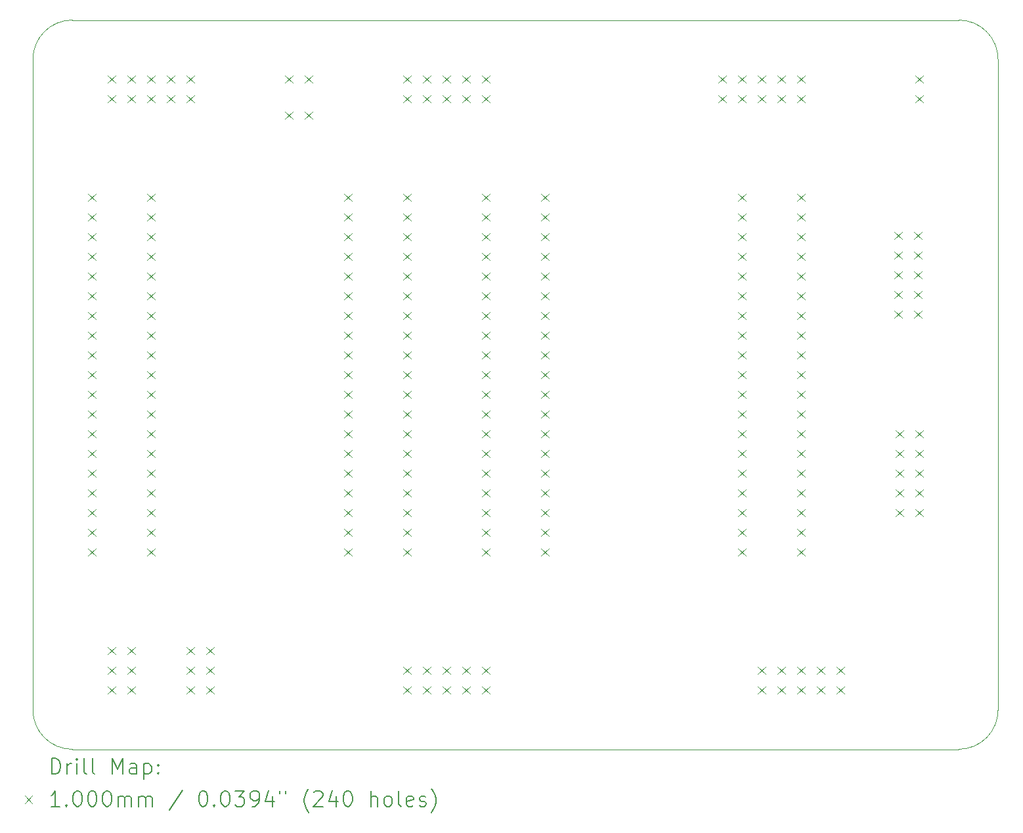
<source format=gbr>
%TF.GenerationSoftware,KiCad,Pcbnew,7.0.1*%
%TF.CreationDate,2023-05-05T18:30:57-04:00*%
%TF.ProjectId,PCB_BioGenius,5043425f-4269-46f4-9765-6e6975732e6b,rev?*%
%TF.SameCoordinates,Original*%
%TF.FileFunction,Drillmap*%
%TF.FilePolarity,Positive*%
%FSLAX45Y45*%
G04 Gerber Fmt 4.5, Leading zero omitted, Abs format (unit mm)*
G04 Created by KiCad (PCBNEW 7.0.1) date 2023-05-05 18:30:57*
%MOMM*%
%LPD*%
G01*
G04 APERTURE LIST*
%ADD10C,0.100000*%
%ADD11C,0.200000*%
G04 APERTURE END LIST*
D10*
X20574000Y-8382000D02*
X20574000Y-16764000D01*
X20066000Y-7874000D02*
X8636000Y-7874000D01*
X8128000Y-8382000D02*
X8128000Y-16764000D01*
X8636000Y-7874000D02*
G75*
G03*
X8128000Y-8382000I0J-508000D01*
G01*
X8636000Y-17272000D02*
X20066000Y-17272000D01*
X20066000Y-17272000D02*
G75*
G03*
X20574000Y-16764000I0J508000D01*
G01*
X20574000Y-8382000D02*
G75*
G03*
X20066000Y-7874000I-508000J0D01*
G01*
X8128000Y-16764000D02*
G75*
G03*
X8636000Y-17272000I508000J0D01*
G01*
D11*
D10*
X8840000Y-10110000D02*
X8940000Y-10210000D01*
X8940000Y-10110000D02*
X8840000Y-10210000D01*
X8840000Y-10364000D02*
X8940000Y-10464000D01*
X8940000Y-10364000D02*
X8840000Y-10464000D01*
X8840000Y-10618000D02*
X8940000Y-10718000D01*
X8940000Y-10618000D02*
X8840000Y-10718000D01*
X8840000Y-10872000D02*
X8940000Y-10972000D01*
X8940000Y-10872000D02*
X8840000Y-10972000D01*
X8840000Y-11126000D02*
X8940000Y-11226000D01*
X8940000Y-11126000D02*
X8840000Y-11226000D01*
X8840000Y-11380000D02*
X8940000Y-11480000D01*
X8940000Y-11380000D02*
X8840000Y-11480000D01*
X8840000Y-11634000D02*
X8940000Y-11734000D01*
X8940000Y-11634000D02*
X8840000Y-11734000D01*
X8840000Y-11888000D02*
X8940000Y-11988000D01*
X8940000Y-11888000D02*
X8840000Y-11988000D01*
X8840000Y-12142000D02*
X8940000Y-12242000D01*
X8940000Y-12142000D02*
X8840000Y-12242000D01*
X8840000Y-12396000D02*
X8940000Y-12496000D01*
X8940000Y-12396000D02*
X8840000Y-12496000D01*
X8840000Y-12650000D02*
X8940000Y-12750000D01*
X8940000Y-12650000D02*
X8840000Y-12750000D01*
X8840000Y-12904000D02*
X8940000Y-13004000D01*
X8940000Y-12904000D02*
X8840000Y-13004000D01*
X8840000Y-13158000D02*
X8940000Y-13258000D01*
X8940000Y-13158000D02*
X8840000Y-13258000D01*
X8840000Y-13412000D02*
X8940000Y-13512000D01*
X8940000Y-13412000D02*
X8840000Y-13512000D01*
X8840000Y-13666000D02*
X8940000Y-13766000D01*
X8940000Y-13666000D02*
X8840000Y-13766000D01*
X8840000Y-13920000D02*
X8940000Y-14020000D01*
X8940000Y-13920000D02*
X8840000Y-14020000D01*
X8840000Y-14174000D02*
X8940000Y-14274000D01*
X8940000Y-14174000D02*
X8840000Y-14274000D01*
X8840000Y-14428000D02*
X8940000Y-14528000D01*
X8940000Y-14428000D02*
X8840000Y-14528000D01*
X8840000Y-14682000D02*
X8940000Y-14782000D01*
X8940000Y-14682000D02*
X8840000Y-14782000D01*
X9094000Y-8586000D02*
X9194000Y-8686000D01*
X9194000Y-8586000D02*
X9094000Y-8686000D01*
X9094000Y-8840000D02*
X9194000Y-8940000D01*
X9194000Y-8840000D02*
X9094000Y-8940000D01*
X9094000Y-15952000D02*
X9194000Y-16052000D01*
X9194000Y-15952000D02*
X9094000Y-16052000D01*
X9094000Y-16206000D02*
X9194000Y-16306000D01*
X9194000Y-16206000D02*
X9094000Y-16306000D01*
X9094000Y-16460000D02*
X9194000Y-16560000D01*
X9194000Y-16460000D02*
X9094000Y-16560000D01*
X9348000Y-8586000D02*
X9448000Y-8686000D01*
X9448000Y-8586000D02*
X9348000Y-8686000D01*
X9348000Y-8840000D02*
X9448000Y-8940000D01*
X9448000Y-8840000D02*
X9348000Y-8940000D01*
X9348000Y-15952000D02*
X9448000Y-16052000D01*
X9448000Y-15952000D02*
X9348000Y-16052000D01*
X9348000Y-16206000D02*
X9448000Y-16306000D01*
X9448000Y-16206000D02*
X9348000Y-16306000D01*
X9348000Y-16460000D02*
X9448000Y-16560000D01*
X9448000Y-16460000D02*
X9348000Y-16560000D01*
X9602000Y-8586000D02*
X9702000Y-8686000D01*
X9702000Y-8586000D02*
X9602000Y-8686000D01*
X9602000Y-8840000D02*
X9702000Y-8940000D01*
X9702000Y-8840000D02*
X9602000Y-8940000D01*
X9602000Y-10110000D02*
X9702000Y-10210000D01*
X9702000Y-10110000D02*
X9602000Y-10210000D01*
X9602000Y-10364000D02*
X9702000Y-10464000D01*
X9702000Y-10364000D02*
X9602000Y-10464000D01*
X9602000Y-10618000D02*
X9702000Y-10718000D01*
X9702000Y-10618000D02*
X9602000Y-10718000D01*
X9602000Y-10872000D02*
X9702000Y-10972000D01*
X9702000Y-10872000D02*
X9602000Y-10972000D01*
X9602000Y-11126000D02*
X9702000Y-11226000D01*
X9702000Y-11126000D02*
X9602000Y-11226000D01*
X9602000Y-11380000D02*
X9702000Y-11480000D01*
X9702000Y-11380000D02*
X9602000Y-11480000D01*
X9602000Y-11634000D02*
X9702000Y-11734000D01*
X9702000Y-11634000D02*
X9602000Y-11734000D01*
X9602000Y-11888000D02*
X9702000Y-11988000D01*
X9702000Y-11888000D02*
X9602000Y-11988000D01*
X9602000Y-12142000D02*
X9702000Y-12242000D01*
X9702000Y-12142000D02*
X9602000Y-12242000D01*
X9602000Y-12396000D02*
X9702000Y-12496000D01*
X9702000Y-12396000D02*
X9602000Y-12496000D01*
X9602000Y-12650000D02*
X9702000Y-12750000D01*
X9702000Y-12650000D02*
X9602000Y-12750000D01*
X9602000Y-12904000D02*
X9702000Y-13004000D01*
X9702000Y-12904000D02*
X9602000Y-13004000D01*
X9602000Y-13158000D02*
X9702000Y-13258000D01*
X9702000Y-13158000D02*
X9602000Y-13258000D01*
X9602000Y-13412000D02*
X9702000Y-13512000D01*
X9702000Y-13412000D02*
X9602000Y-13512000D01*
X9602000Y-13666000D02*
X9702000Y-13766000D01*
X9702000Y-13666000D02*
X9602000Y-13766000D01*
X9602000Y-13920000D02*
X9702000Y-14020000D01*
X9702000Y-13920000D02*
X9602000Y-14020000D01*
X9602000Y-14174000D02*
X9702000Y-14274000D01*
X9702000Y-14174000D02*
X9602000Y-14274000D01*
X9602000Y-14428000D02*
X9702000Y-14528000D01*
X9702000Y-14428000D02*
X9602000Y-14528000D01*
X9602000Y-14682000D02*
X9702000Y-14782000D01*
X9702000Y-14682000D02*
X9602000Y-14782000D01*
X9856000Y-8586000D02*
X9956000Y-8686000D01*
X9956000Y-8586000D02*
X9856000Y-8686000D01*
X9856000Y-8840000D02*
X9956000Y-8940000D01*
X9956000Y-8840000D02*
X9856000Y-8940000D01*
X10110000Y-8586000D02*
X10210000Y-8686000D01*
X10210000Y-8586000D02*
X10110000Y-8686000D01*
X10110000Y-8840000D02*
X10210000Y-8940000D01*
X10210000Y-8840000D02*
X10110000Y-8940000D01*
X10110000Y-15952000D02*
X10210000Y-16052000D01*
X10210000Y-15952000D02*
X10110000Y-16052000D01*
X10110000Y-16206000D02*
X10210000Y-16306000D01*
X10210000Y-16206000D02*
X10110000Y-16306000D01*
X10110000Y-16460000D02*
X10210000Y-16560000D01*
X10210000Y-16460000D02*
X10110000Y-16560000D01*
X10364000Y-15952000D02*
X10464000Y-16052000D01*
X10464000Y-15952000D02*
X10364000Y-16052000D01*
X10364000Y-16206000D02*
X10464000Y-16306000D01*
X10464000Y-16206000D02*
X10364000Y-16306000D01*
X10364000Y-16460000D02*
X10464000Y-16560000D01*
X10464000Y-16460000D02*
X10364000Y-16560000D01*
X11380000Y-8586000D02*
X11480000Y-8686000D01*
X11480000Y-8586000D02*
X11380000Y-8686000D01*
X11380000Y-9051000D02*
X11480000Y-9151000D01*
X11480000Y-9051000D02*
X11380000Y-9151000D01*
X11634000Y-8586000D02*
X11734000Y-8686000D01*
X11734000Y-8586000D02*
X11634000Y-8686000D01*
X11634000Y-9051000D02*
X11734000Y-9151000D01*
X11734000Y-9051000D02*
X11634000Y-9151000D01*
X12142000Y-10110000D02*
X12242000Y-10210000D01*
X12242000Y-10110000D02*
X12142000Y-10210000D01*
X12142000Y-10364000D02*
X12242000Y-10464000D01*
X12242000Y-10364000D02*
X12142000Y-10464000D01*
X12142000Y-10618000D02*
X12242000Y-10718000D01*
X12242000Y-10618000D02*
X12142000Y-10718000D01*
X12142000Y-10872000D02*
X12242000Y-10972000D01*
X12242000Y-10872000D02*
X12142000Y-10972000D01*
X12142000Y-11126000D02*
X12242000Y-11226000D01*
X12242000Y-11126000D02*
X12142000Y-11226000D01*
X12142000Y-11380000D02*
X12242000Y-11480000D01*
X12242000Y-11380000D02*
X12142000Y-11480000D01*
X12142000Y-11634000D02*
X12242000Y-11734000D01*
X12242000Y-11634000D02*
X12142000Y-11734000D01*
X12142000Y-11888000D02*
X12242000Y-11988000D01*
X12242000Y-11888000D02*
X12142000Y-11988000D01*
X12142000Y-12142000D02*
X12242000Y-12242000D01*
X12242000Y-12142000D02*
X12142000Y-12242000D01*
X12142000Y-12396000D02*
X12242000Y-12496000D01*
X12242000Y-12396000D02*
X12142000Y-12496000D01*
X12142000Y-12650000D02*
X12242000Y-12750000D01*
X12242000Y-12650000D02*
X12142000Y-12750000D01*
X12142000Y-12904000D02*
X12242000Y-13004000D01*
X12242000Y-12904000D02*
X12142000Y-13004000D01*
X12142000Y-13158000D02*
X12242000Y-13258000D01*
X12242000Y-13158000D02*
X12142000Y-13258000D01*
X12142000Y-13412000D02*
X12242000Y-13512000D01*
X12242000Y-13412000D02*
X12142000Y-13512000D01*
X12142000Y-13666000D02*
X12242000Y-13766000D01*
X12242000Y-13666000D02*
X12142000Y-13766000D01*
X12142000Y-13920000D02*
X12242000Y-14020000D01*
X12242000Y-13920000D02*
X12142000Y-14020000D01*
X12142000Y-14174000D02*
X12242000Y-14274000D01*
X12242000Y-14174000D02*
X12142000Y-14274000D01*
X12142000Y-14428000D02*
X12242000Y-14528000D01*
X12242000Y-14428000D02*
X12142000Y-14528000D01*
X12142000Y-14682000D02*
X12242000Y-14782000D01*
X12242000Y-14682000D02*
X12142000Y-14782000D01*
X12904000Y-8586000D02*
X13004000Y-8686000D01*
X13004000Y-8586000D02*
X12904000Y-8686000D01*
X12904000Y-8840000D02*
X13004000Y-8940000D01*
X13004000Y-8840000D02*
X12904000Y-8940000D01*
X12904000Y-10110000D02*
X13004000Y-10210000D01*
X13004000Y-10110000D02*
X12904000Y-10210000D01*
X12904000Y-10364000D02*
X13004000Y-10464000D01*
X13004000Y-10364000D02*
X12904000Y-10464000D01*
X12904000Y-10618000D02*
X13004000Y-10718000D01*
X13004000Y-10618000D02*
X12904000Y-10718000D01*
X12904000Y-10872000D02*
X13004000Y-10972000D01*
X13004000Y-10872000D02*
X12904000Y-10972000D01*
X12904000Y-11126000D02*
X13004000Y-11226000D01*
X13004000Y-11126000D02*
X12904000Y-11226000D01*
X12904000Y-11380000D02*
X13004000Y-11480000D01*
X13004000Y-11380000D02*
X12904000Y-11480000D01*
X12904000Y-11634000D02*
X13004000Y-11734000D01*
X13004000Y-11634000D02*
X12904000Y-11734000D01*
X12904000Y-11888000D02*
X13004000Y-11988000D01*
X13004000Y-11888000D02*
X12904000Y-11988000D01*
X12904000Y-12142000D02*
X13004000Y-12242000D01*
X13004000Y-12142000D02*
X12904000Y-12242000D01*
X12904000Y-12396000D02*
X13004000Y-12496000D01*
X13004000Y-12396000D02*
X12904000Y-12496000D01*
X12904000Y-12650000D02*
X13004000Y-12750000D01*
X13004000Y-12650000D02*
X12904000Y-12750000D01*
X12904000Y-12904000D02*
X13004000Y-13004000D01*
X13004000Y-12904000D02*
X12904000Y-13004000D01*
X12904000Y-13158000D02*
X13004000Y-13258000D01*
X13004000Y-13158000D02*
X12904000Y-13258000D01*
X12904000Y-13412000D02*
X13004000Y-13512000D01*
X13004000Y-13412000D02*
X12904000Y-13512000D01*
X12904000Y-13666000D02*
X13004000Y-13766000D01*
X13004000Y-13666000D02*
X12904000Y-13766000D01*
X12904000Y-13920000D02*
X13004000Y-14020000D01*
X13004000Y-13920000D02*
X12904000Y-14020000D01*
X12904000Y-14174000D02*
X13004000Y-14274000D01*
X13004000Y-14174000D02*
X12904000Y-14274000D01*
X12904000Y-14428000D02*
X13004000Y-14528000D01*
X13004000Y-14428000D02*
X12904000Y-14528000D01*
X12904000Y-14682000D02*
X13004000Y-14782000D01*
X13004000Y-14682000D02*
X12904000Y-14782000D01*
X12904000Y-16206000D02*
X13004000Y-16306000D01*
X13004000Y-16206000D02*
X12904000Y-16306000D01*
X12904000Y-16460000D02*
X13004000Y-16560000D01*
X13004000Y-16460000D02*
X12904000Y-16560000D01*
X13158000Y-8586000D02*
X13258000Y-8686000D01*
X13258000Y-8586000D02*
X13158000Y-8686000D01*
X13158000Y-8840000D02*
X13258000Y-8940000D01*
X13258000Y-8840000D02*
X13158000Y-8940000D01*
X13158000Y-16206000D02*
X13258000Y-16306000D01*
X13258000Y-16206000D02*
X13158000Y-16306000D01*
X13158000Y-16460000D02*
X13258000Y-16560000D01*
X13258000Y-16460000D02*
X13158000Y-16560000D01*
X13412000Y-8586000D02*
X13512000Y-8686000D01*
X13512000Y-8586000D02*
X13412000Y-8686000D01*
X13412000Y-8840000D02*
X13512000Y-8940000D01*
X13512000Y-8840000D02*
X13412000Y-8940000D01*
X13412000Y-16206000D02*
X13512000Y-16306000D01*
X13512000Y-16206000D02*
X13412000Y-16306000D01*
X13412000Y-16460000D02*
X13512000Y-16560000D01*
X13512000Y-16460000D02*
X13412000Y-16560000D01*
X13666000Y-8586000D02*
X13766000Y-8686000D01*
X13766000Y-8586000D02*
X13666000Y-8686000D01*
X13666000Y-8840000D02*
X13766000Y-8940000D01*
X13766000Y-8840000D02*
X13666000Y-8940000D01*
X13666000Y-16206000D02*
X13766000Y-16306000D01*
X13766000Y-16206000D02*
X13666000Y-16306000D01*
X13666000Y-16460000D02*
X13766000Y-16560000D01*
X13766000Y-16460000D02*
X13666000Y-16560000D01*
X13920000Y-8586000D02*
X14020000Y-8686000D01*
X14020000Y-8586000D02*
X13920000Y-8686000D01*
X13920000Y-8840000D02*
X14020000Y-8940000D01*
X14020000Y-8840000D02*
X13920000Y-8940000D01*
X13920000Y-10110000D02*
X14020000Y-10210000D01*
X14020000Y-10110000D02*
X13920000Y-10210000D01*
X13920000Y-10364000D02*
X14020000Y-10464000D01*
X14020000Y-10364000D02*
X13920000Y-10464000D01*
X13920000Y-10618000D02*
X14020000Y-10718000D01*
X14020000Y-10618000D02*
X13920000Y-10718000D01*
X13920000Y-10872000D02*
X14020000Y-10972000D01*
X14020000Y-10872000D02*
X13920000Y-10972000D01*
X13920000Y-11126000D02*
X14020000Y-11226000D01*
X14020000Y-11126000D02*
X13920000Y-11226000D01*
X13920000Y-11380000D02*
X14020000Y-11480000D01*
X14020000Y-11380000D02*
X13920000Y-11480000D01*
X13920000Y-11634000D02*
X14020000Y-11734000D01*
X14020000Y-11634000D02*
X13920000Y-11734000D01*
X13920000Y-11888000D02*
X14020000Y-11988000D01*
X14020000Y-11888000D02*
X13920000Y-11988000D01*
X13920000Y-12142000D02*
X14020000Y-12242000D01*
X14020000Y-12142000D02*
X13920000Y-12242000D01*
X13920000Y-12396000D02*
X14020000Y-12496000D01*
X14020000Y-12396000D02*
X13920000Y-12496000D01*
X13920000Y-12650000D02*
X14020000Y-12750000D01*
X14020000Y-12650000D02*
X13920000Y-12750000D01*
X13920000Y-12904000D02*
X14020000Y-13004000D01*
X14020000Y-12904000D02*
X13920000Y-13004000D01*
X13920000Y-13158000D02*
X14020000Y-13258000D01*
X14020000Y-13158000D02*
X13920000Y-13258000D01*
X13920000Y-13412000D02*
X14020000Y-13512000D01*
X14020000Y-13412000D02*
X13920000Y-13512000D01*
X13920000Y-13666000D02*
X14020000Y-13766000D01*
X14020000Y-13666000D02*
X13920000Y-13766000D01*
X13920000Y-13920000D02*
X14020000Y-14020000D01*
X14020000Y-13920000D02*
X13920000Y-14020000D01*
X13920000Y-14174000D02*
X14020000Y-14274000D01*
X14020000Y-14174000D02*
X13920000Y-14274000D01*
X13920000Y-14428000D02*
X14020000Y-14528000D01*
X14020000Y-14428000D02*
X13920000Y-14528000D01*
X13920000Y-14682000D02*
X14020000Y-14782000D01*
X14020000Y-14682000D02*
X13920000Y-14782000D01*
X13920000Y-16206000D02*
X14020000Y-16306000D01*
X14020000Y-16206000D02*
X13920000Y-16306000D01*
X13920000Y-16460000D02*
X14020000Y-16560000D01*
X14020000Y-16460000D02*
X13920000Y-16560000D01*
X14682000Y-10110000D02*
X14782000Y-10210000D01*
X14782000Y-10110000D02*
X14682000Y-10210000D01*
X14682000Y-10364000D02*
X14782000Y-10464000D01*
X14782000Y-10364000D02*
X14682000Y-10464000D01*
X14682000Y-10618000D02*
X14782000Y-10718000D01*
X14782000Y-10618000D02*
X14682000Y-10718000D01*
X14682000Y-10872000D02*
X14782000Y-10972000D01*
X14782000Y-10872000D02*
X14682000Y-10972000D01*
X14682000Y-11126000D02*
X14782000Y-11226000D01*
X14782000Y-11126000D02*
X14682000Y-11226000D01*
X14682000Y-11380000D02*
X14782000Y-11480000D01*
X14782000Y-11380000D02*
X14682000Y-11480000D01*
X14682000Y-11634000D02*
X14782000Y-11734000D01*
X14782000Y-11634000D02*
X14682000Y-11734000D01*
X14682000Y-11888000D02*
X14782000Y-11988000D01*
X14782000Y-11888000D02*
X14682000Y-11988000D01*
X14682000Y-12142000D02*
X14782000Y-12242000D01*
X14782000Y-12142000D02*
X14682000Y-12242000D01*
X14682000Y-12396000D02*
X14782000Y-12496000D01*
X14782000Y-12396000D02*
X14682000Y-12496000D01*
X14682000Y-12650000D02*
X14782000Y-12750000D01*
X14782000Y-12650000D02*
X14682000Y-12750000D01*
X14682000Y-12904000D02*
X14782000Y-13004000D01*
X14782000Y-12904000D02*
X14682000Y-13004000D01*
X14682000Y-13158000D02*
X14782000Y-13258000D01*
X14782000Y-13158000D02*
X14682000Y-13258000D01*
X14682000Y-13412000D02*
X14782000Y-13512000D01*
X14782000Y-13412000D02*
X14682000Y-13512000D01*
X14682000Y-13666000D02*
X14782000Y-13766000D01*
X14782000Y-13666000D02*
X14682000Y-13766000D01*
X14682000Y-13920000D02*
X14782000Y-14020000D01*
X14782000Y-13920000D02*
X14682000Y-14020000D01*
X14682000Y-14174000D02*
X14782000Y-14274000D01*
X14782000Y-14174000D02*
X14682000Y-14274000D01*
X14682000Y-14428000D02*
X14782000Y-14528000D01*
X14782000Y-14428000D02*
X14682000Y-14528000D01*
X14682000Y-14682000D02*
X14782000Y-14782000D01*
X14782000Y-14682000D02*
X14682000Y-14782000D01*
X16968000Y-8586000D02*
X17068000Y-8686000D01*
X17068000Y-8586000D02*
X16968000Y-8686000D01*
X16968000Y-8840000D02*
X17068000Y-8940000D01*
X17068000Y-8840000D02*
X16968000Y-8940000D01*
X17222000Y-8586000D02*
X17322000Y-8686000D01*
X17322000Y-8586000D02*
X17222000Y-8686000D01*
X17222000Y-8840000D02*
X17322000Y-8940000D01*
X17322000Y-8840000D02*
X17222000Y-8940000D01*
X17222000Y-10110000D02*
X17322000Y-10210000D01*
X17322000Y-10110000D02*
X17222000Y-10210000D01*
X17222000Y-10364000D02*
X17322000Y-10464000D01*
X17322000Y-10364000D02*
X17222000Y-10464000D01*
X17222000Y-10618000D02*
X17322000Y-10718000D01*
X17322000Y-10618000D02*
X17222000Y-10718000D01*
X17222000Y-10872000D02*
X17322000Y-10972000D01*
X17322000Y-10872000D02*
X17222000Y-10972000D01*
X17222000Y-11126000D02*
X17322000Y-11226000D01*
X17322000Y-11126000D02*
X17222000Y-11226000D01*
X17222000Y-11380000D02*
X17322000Y-11480000D01*
X17322000Y-11380000D02*
X17222000Y-11480000D01*
X17222000Y-11634000D02*
X17322000Y-11734000D01*
X17322000Y-11634000D02*
X17222000Y-11734000D01*
X17222000Y-11888000D02*
X17322000Y-11988000D01*
X17322000Y-11888000D02*
X17222000Y-11988000D01*
X17222000Y-12142000D02*
X17322000Y-12242000D01*
X17322000Y-12142000D02*
X17222000Y-12242000D01*
X17222000Y-12396000D02*
X17322000Y-12496000D01*
X17322000Y-12396000D02*
X17222000Y-12496000D01*
X17222000Y-12650000D02*
X17322000Y-12750000D01*
X17322000Y-12650000D02*
X17222000Y-12750000D01*
X17222000Y-12904000D02*
X17322000Y-13004000D01*
X17322000Y-12904000D02*
X17222000Y-13004000D01*
X17222000Y-13158000D02*
X17322000Y-13258000D01*
X17322000Y-13158000D02*
X17222000Y-13258000D01*
X17222000Y-13412000D02*
X17322000Y-13512000D01*
X17322000Y-13412000D02*
X17222000Y-13512000D01*
X17222000Y-13666000D02*
X17322000Y-13766000D01*
X17322000Y-13666000D02*
X17222000Y-13766000D01*
X17222000Y-13920000D02*
X17322000Y-14020000D01*
X17322000Y-13920000D02*
X17222000Y-14020000D01*
X17222000Y-14174000D02*
X17322000Y-14274000D01*
X17322000Y-14174000D02*
X17222000Y-14274000D01*
X17222000Y-14428000D02*
X17322000Y-14528000D01*
X17322000Y-14428000D02*
X17222000Y-14528000D01*
X17222000Y-14682000D02*
X17322000Y-14782000D01*
X17322000Y-14682000D02*
X17222000Y-14782000D01*
X17476000Y-8586000D02*
X17576000Y-8686000D01*
X17576000Y-8586000D02*
X17476000Y-8686000D01*
X17476000Y-8840000D02*
X17576000Y-8940000D01*
X17576000Y-8840000D02*
X17476000Y-8940000D01*
X17476000Y-16206000D02*
X17576000Y-16306000D01*
X17576000Y-16206000D02*
X17476000Y-16306000D01*
X17476000Y-16460000D02*
X17576000Y-16560000D01*
X17576000Y-16460000D02*
X17476000Y-16560000D01*
X17730000Y-8586000D02*
X17830000Y-8686000D01*
X17830000Y-8586000D02*
X17730000Y-8686000D01*
X17730000Y-8840000D02*
X17830000Y-8940000D01*
X17830000Y-8840000D02*
X17730000Y-8940000D01*
X17730000Y-16206000D02*
X17830000Y-16306000D01*
X17830000Y-16206000D02*
X17730000Y-16306000D01*
X17730000Y-16460000D02*
X17830000Y-16560000D01*
X17830000Y-16460000D02*
X17730000Y-16560000D01*
X17984000Y-8586000D02*
X18084000Y-8686000D01*
X18084000Y-8586000D02*
X17984000Y-8686000D01*
X17984000Y-8840000D02*
X18084000Y-8940000D01*
X18084000Y-8840000D02*
X17984000Y-8940000D01*
X17984000Y-10110000D02*
X18084000Y-10210000D01*
X18084000Y-10110000D02*
X17984000Y-10210000D01*
X17984000Y-10364000D02*
X18084000Y-10464000D01*
X18084000Y-10364000D02*
X17984000Y-10464000D01*
X17984000Y-10618000D02*
X18084000Y-10718000D01*
X18084000Y-10618000D02*
X17984000Y-10718000D01*
X17984000Y-10872000D02*
X18084000Y-10972000D01*
X18084000Y-10872000D02*
X17984000Y-10972000D01*
X17984000Y-11126000D02*
X18084000Y-11226000D01*
X18084000Y-11126000D02*
X17984000Y-11226000D01*
X17984000Y-11380000D02*
X18084000Y-11480000D01*
X18084000Y-11380000D02*
X17984000Y-11480000D01*
X17984000Y-11634000D02*
X18084000Y-11734000D01*
X18084000Y-11634000D02*
X17984000Y-11734000D01*
X17984000Y-11888000D02*
X18084000Y-11988000D01*
X18084000Y-11888000D02*
X17984000Y-11988000D01*
X17984000Y-12142000D02*
X18084000Y-12242000D01*
X18084000Y-12142000D02*
X17984000Y-12242000D01*
X17984000Y-12396000D02*
X18084000Y-12496000D01*
X18084000Y-12396000D02*
X17984000Y-12496000D01*
X17984000Y-12650000D02*
X18084000Y-12750000D01*
X18084000Y-12650000D02*
X17984000Y-12750000D01*
X17984000Y-12904000D02*
X18084000Y-13004000D01*
X18084000Y-12904000D02*
X17984000Y-13004000D01*
X17984000Y-13158000D02*
X18084000Y-13258000D01*
X18084000Y-13158000D02*
X17984000Y-13258000D01*
X17984000Y-13412000D02*
X18084000Y-13512000D01*
X18084000Y-13412000D02*
X17984000Y-13512000D01*
X17984000Y-13666000D02*
X18084000Y-13766000D01*
X18084000Y-13666000D02*
X17984000Y-13766000D01*
X17984000Y-13920000D02*
X18084000Y-14020000D01*
X18084000Y-13920000D02*
X17984000Y-14020000D01*
X17984000Y-14174000D02*
X18084000Y-14274000D01*
X18084000Y-14174000D02*
X17984000Y-14274000D01*
X17984000Y-14428000D02*
X18084000Y-14528000D01*
X18084000Y-14428000D02*
X17984000Y-14528000D01*
X17984000Y-14682000D02*
X18084000Y-14782000D01*
X18084000Y-14682000D02*
X17984000Y-14782000D01*
X17984000Y-16206000D02*
X18084000Y-16306000D01*
X18084000Y-16206000D02*
X17984000Y-16306000D01*
X17984000Y-16460000D02*
X18084000Y-16560000D01*
X18084000Y-16460000D02*
X17984000Y-16560000D01*
X18238000Y-16206000D02*
X18338000Y-16306000D01*
X18338000Y-16206000D02*
X18238000Y-16306000D01*
X18238000Y-16460000D02*
X18338000Y-16560000D01*
X18338000Y-16460000D02*
X18238000Y-16560000D01*
X18492000Y-16206000D02*
X18592000Y-16306000D01*
X18592000Y-16206000D02*
X18492000Y-16306000D01*
X18492000Y-16460000D02*
X18592000Y-16560000D01*
X18592000Y-16460000D02*
X18492000Y-16560000D01*
X19233824Y-10600863D02*
X19333824Y-10700863D01*
X19333824Y-10600863D02*
X19233824Y-10700863D01*
X19233824Y-10854863D02*
X19333824Y-10954863D01*
X19333824Y-10854863D02*
X19233824Y-10954863D01*
X19233824Y-11108863D02*
X19333824Y-11208863D01*
X19333824Y-11108863D02*
X19233824Y-11208863D01*
X19233824Y-11362863D02*
X19333824Y-11462863D01*
X19333824Y-11362863D02*
X19233824Y-11462863D01*
X19233824Y-11616863D02*
X19333824Y-11716863D01*
X19333824Y-11616863D02*
X19233824Y-11716863D01*
X19254000Y-13158000D02*
X19354000Y-13258000D01*
X19354000Y-13158000D02*
X19254000Y-13258000D01*
X19254000Y-13412000D02*
X19354000Y-13512000D01*
X19354000Y-13412000D02*
X19254000Y-13512000D01*
X19254000Y-13666000D02*
X19354000Y-13766000D01*
X19354000Y-13666000D02*
X19254000Y-13766000D01*
X19254000Y-13920000D02*
X19354000Y-14020000D01*
X19354000Y-13920000D02*
X19254000Y-14020000D01*
X19254000Y-14174000D02*
X19354000Y-14274000D01*
X19354000Y-14174000D02*
X19254000Y-14274000D01*
X19487824Y-10600863D02*
X19587824Y-10700863D01*
X19587824Y-10600863D02*
X19487824Y-10700863D01*
X19487824Y-10854863D02*
X19587824Y-10954863D01*
X19587824Y-10854863D02*
X19487824Y-10954863D01*
X19487824Y-11108863D02*
X19587824Y-11208863D01*
X19587824Y-11108863D02*
X19487824Y-11208863D01*
X19487824Y-11362863D02*
X19587824Y-11462863D01*
X19587824Y-11362863D02*
X19487824Y-11462863D01*
X19487824Y-11616863D02*
X19587824Y-11716863D01*
X19587824Y-11616863D02*
X19487824Y-11716863D01*
X19508000Y-8586000D02*
X19608000Y-8686000D01*
X19608000Y-8586000D02*
X19508000Y-8686000D01*
X19508000Y-8840000D02*
X19608000Y-8940000D01*
X19608000Y-8840000D02*
X19508000Y-8940000D01*
X19508000Y-13158000D02*
X19608000Y-13258000D01*
X19608000Y-13158000D02*
X19508000Y-13258000D01*
X19508000Y-13412000D02*
X19608000Y-13512000D01*
X19608000Y-13412000D02*
X19508000Y-13512000D01*
X19508000Y-13666000D02*
X19608000Y-13766000D01*
X19608000Y-13666000D02*
X19508000Y-13766000D01*
X19508000Y-13920000D02*
X19608000Y-14020000D01*
X19608000Y-13920000D02*
X19508000Y-14020000D01*
X19508000Y-14174000D02*
X19608000Y-14274000D01*
X19608000Y-14174000D02*
X19508000Y-14274000D01*
D11*
X8370619Y-17589524D02*
X8370619Y-17389524D01*
X8370619Y-17389524D02*
X8418238Y-17389524D01*
X8418238Y-17389524D02*
X8446810Y-17399048D01*
X8446810Y-17399048D02*
X8465857Y-17418095D01*
X8465857Y-17418095D02*
X8475381Y-17437143D01*
X8475381Y-17437143D02*
X8484905Y-17475238D01*
X8484905Y-17475238D02*
X8484905Y-17503810D01*
X8484905Y-17503810D02*
X8475381Y-17541905D01*
X8475381Y-17541905D02*
X8465857Y-17560952D01*
X8465857Y-17560952D02*
X8446810Y-17580000D01*
X8446810Y-17580000D02*
X8418238Y-17589524D01*
X8418238Y-17589524D02*
X8370619Y-17589524D01*
X8570619Y-17589524D02*
X8570619Y-17456190D01*
X8570619Y-17494286D02*
X8580143Y-17475238D01*
X8580143Y-17475238D02*
X8589667Y-17465714D01*
X8589667Y-17465714D02*
X8608714Y-17456190D01*
X8608714Y-17456190D02*
X8627762Y-17456190D01*
X8694429Y-17589524D02*
X8694429Y-17456190D01*
X8694429Y-17389524D02*
X8684905Y-17399048D01*
X8684905Y-17399048D02*
X8694429Y-17408571D01*
X8694429Y-17408571D02*
X8703952Y-17399048D01*
X8703952Y-17399048D02*
X8694429Y-17389524D01*
X8694429Y-17389524D02*
X8694429Y-17408571D01*
X8818238Y-17589524D02*
X8799190Y-17580000D01*
X8799190Y-17580000D02*
X8789667Y-17560952D01*
X8789667Y-17560952D02*
X8789667Y-17389524D01*
X8923000Y-17589524D02*
X8903952Y-17580000D01*
X8903952Y-17580000D02*
X8894429Y-17560952D01*
X8894429Y-17560952D02*
X8894429Y-17389524D01*
X9151571Y-17589524D02*
X9151571Y-17389524D01*
X9151571Y-17389524D02*
X9218238Y-17532381D01*
X9218238Y-17532381D02*
X9284905Y-17389524D01*
X9284905Y-17389524D02*
X9284905Y-17589524D01*
X9465857Y-17589524D02*
X9465857Y-17484762D01*
X9465857Y-17484762D02*
X9456333Y-17465714D01*
X9456333Y-17465714D02*
X9437286Y-17456190D01*
X9437286Y-17456190D02*
X9399190Y-17456190D01*
X9399190Y-17456190D02*
X9380143Y-17465714D01*
X9465857Y-17580000D02*
X9446810Y-17589524D01*
X9446810Y-17589524D02*
X9399190Y-17589524D01*
X9399190Y-17589524D02*
X9380143Y-17580000D01*
X9380143Y-17580000D02*
X9370619Y-17560952D01*
X9370619Y-17560952D02*
X9370619Y-17541905D01*
X9370619Y-17541905D02*
X9380143Y-17522857D01*
X9380143Y-17522857D02*
X9399190Y-17513333D01*
X9399190Y-17513333D02*
X9446810Y-17513333D01*
X9446810Y-17513333D02*
X9465857Y-17503810D01*
X9561095Y-17456190D02*
X9561095Y-17656190D01*
X9561095Y-17465714D02*
X9580143Y-17456190D01*
X9580143Y-17456190D02*
X9618238Y-17456190D01*
X9618238Y-17456190D02*
X9637286Y-17465714D01*
X9637286Y-17465714D02*
X9646810Y-17475238D01*
X9646810Y-17475238D02*
X9656333Y-17494286D01*
X9656333Y-17494286D02*
X9656333Y-17551429D01*
X9656333Y-17551429D02*
X9646810Y-17570476D01*
X9646810Y-17570476D02*
X9637286Y-17580000D01*
X9637286Y-17580000D02*
X9618238Y-17589524D01*
X9618238Y-17589524D02*
X9580143Y-17589524D01*
X9580143Y-17589524D02*
X9561095Y-17580000D01*
X9742048Y-17570476D02*
X9751571Y-17580000D01*
X9751571Y-17580000D02*
X9742048Y-17589524D01*
X9742048Y-17589524D02*
X9732524Y-17580000D01*
X9732524Y-17580000D02*
X9742048Y-17570476D01*
X9742048Y-17570476D02*
X9742048Y-17589524D01*
X9742048Y-17465714D02*
X9751571Y-17475238D01*
X9751571Y-17475238D02*
X9742048Y-17484762D01*
X9742048Y-17484762D02*
X9732524Y-17475238D01*
X9732524Y-17475238D02*
X9742048Y-17465714D01*
X9742048Y-17465714D02*
X9742048Y-17484762D01*
D10*
X8023000Y-17867000D02*
X8123000Y-17967000D01*
X8123000Y-17867000D02*
X8023000Y-17967000D01*
D11*
X8475381Y-18009524D02*
X8361095Y-18009524D01*
X8418238Y-18009524D02*
X8418238Y-17809524D01*
X8418238Y-17809524D02*
X8399190Y-17838095D01*
X8399190Y-17838095D02*
X8380143Y-17857143D01*
X8380143Y-17857143D02*
X8361095Y-17866667D01*
X8561095Y-17990476D02*
X8570619Y-18000000D01*
X8570619Y-18000000D02*
X8561095Y-18009524D01*
X8561095Y-18009524D02*
X8551571Y-18000000D01*
X8551571Y-18000000D02*
X8561095Y-17990476D01*
X8561095Y-17990476D02*
X8561095Y-18009524D01*
X8694429Y-17809524D02*
X8713476Y-17809524D01*
X8713476Y-17809524D02*
X8732524Y-17819048D01*
X8732524Y-17819048D02*
X8742048Y-17828571D01*
X8742048Y-17828571D02*
X8751571Y-17847619D01*
X8751571Y-17847619D02*
X8761095Y-17885714D01*
X8761095Y-17885714D02*
X8761095Y-17933333D01*
X8761095Y-17933333D02*
X8751571Y-17971429D01*
X8751571Y-17971429D02*
X8742048Y-17990476D01*
X8742048Y-17990476D02*
X8732524Y-18000000D01*
X8732524Y-18000000D02*
X8713476Y-18009524D01*
X8713476Y-18009524D02*
X8694429Y-18009524D01*
X8694429Y-18009524D02*
X8675381Y-18000000D01*
X8675381Y-18000000D02*
X8665857Y-17990476D01*
X8665857Y-17990476D02*
X8656333Y-17971429D01*
X8656333Y-17971429D02*
X8646810Y-17933333D01*
X8646810Y-17933333D02*
X8646810Y-17885714D01*
X8646810Y-17885714D02*
X8656333Y-17847619D01*
X8656333Y-17847619D02*
X8665857Y-17828571D01*
X8665857Y-17828571D02*
X8675381Y-17819048D01*
X8675381Y-17819048D02*
X8694429Y-17809524D01*
X8884905Y-17809524D02*
X8903952Y-17809524D01*
X8903952Y-17809524D02*
X8923000Y-17819048D01*
X8923000Y-17819048D02*
X8932524Y-17828571D01*
X8932524Y-17828571D02*
X8942048Y-17847619D01*
X8942048Y-17847619D02*
X8951571Y-17885714D01*
X8951571Y-17885714D02*
X8951571Y-17933333D01*
X8951571Y-17933333D02*
X8942048Y-17971429D01*
X8942048Y-17971429D02*
X8932524Y-17990476D01*
X8932524Y-17990476D02*
X8923000Y-18000000D01*
X8923000Y-18000000D02*
X8903952Y-18009524D01*
X8903952Y-18009524D02*
X8884905Y-18009524D01*
X8884905Y-18009524D02*
X8865857Y-18000000D01*
X8865857Y-18000000D02*
X8856333Y-17990476D01*
X8856333Y-17990476D02*
X8846810Y-17971429D01*
X8846810Y-17971429D02*
X8837286Y-17933333D01*
X8837286Y-17933333D02*
X8837286Y-17885714D01*
X8837286Y-17885714D02*
X8846810Y-17847619D01*
X8846810Y-17847619D02*
X8856333Y-17828571D01*
X8856333Y-17828571D02*
X8865857Y-17819048D01*
X8865857Y-17819048D02*
X8884905Y-17809524D01*
X9075381Y-17809524D02*
X9094429Y-17809524D01*
X9094429Y-17809524D02*
X9113476Y-17819048D01*
X9113476Y-17819048D02*
X9123000Y-17828571D01*
X9123000Y-17828571D02*
X9132524Y-17847619D01*
X9132524Y-17847619D02*
X9142048Y-17885714D01*
X9142048Y-17885714D02*
X9142048Y-17933333D01*
X9142048Y-17933333D02*
X9132524Y-17971429D01*
X9132524Y-17971429D02*
X9123000Y-17990476D01*
X9123000Y-17990476D02*
X9113476Y-18000000D01*
X9113476Y-18000000D02*
X9094429Y-18009524D01*
X9094429Y-18009524D02*
X9075381Y-18009524D01*
X9075381Y-18009524D02*
X9056333Y-18000000D01*
X9056333Y-18000000D02*
X9046810Y-17990476D01*
X9046810Y-17990476D02*
X9037286Y-17971429D01*
X9037286Y-17971429D02*
X9027762Y-17933333D01*
X9027762Y-17933333D02*
X9027762Y-17885714D01*
X9027762Y-17885714D02*
X9037286Y-17847619D01*
X9037286Y-17847619D02*
X9046810Y-17828571D01*
X9046810Y-17828571D02*
X9056333Y-17819048D01*
X9056333Y-17819048D02*
X9075381Y-17809524D01*
X9227762Y-18009524D02*
X9227762Y-17876190D01*
X9227762Y-17895238D02*
X9237286Y-17885714D01*
X9237286Y-17885714D02*
X9256333Y-17876190D01*
X9256333Y-17876190D02*
X9284905Y-17876190D01*
X9284905Y-17876190D02*
X9303952Y-17885714D01*
X9303952Y-17885714D02*
X9313476Y-17904762D01*
X9313476Y-17904762D02*
X9313476Y-18009524D01*
X9313476Y-17904762D02*
X9323000Y-17885714D01*
X9323000Y-17885714D02*
X9342048Y-17876190D01*
X9342048Y-17876190D02*
X9370619Y-17876190D01*
X9370619Y-17876190D02*
X9389667Y-17885714D01*
X9389667Y-17885714D02*
X9399191Y-17904762D01*
X9399191Y-17904762D02*
X9399191Y-18009524D01*
X9494429Y-18009524D02*
X9494429Y-17876190D01*
X9494429Y-17895238D02*
X9503952Y-17885714D01*
X9503952Y-17885714D02*
X9523000Y-17876190D01*
X9523000Y-17876190D02*
X9551572Y-17876190D01*
X9551572Y-17876190D02*
X9570619Y-17885714D01*
X9570619Y-17885714D02*
X9580143Y-17904762D01*
X9580143Y-17904762D02*
X9580143Y-18009524D01*
X9580143Y-17904762D02*
X9589667Y-17885714D01*
X9589667Y-17885714D02*
X9608714Y-17876190D01*
X9608714Y-17876190D02*
X9637286Y-17876190D01*
X9637286Y-17876190D02*
X9656333Y-17885714D01*
X9656333Y-17885714D02*
X9665857Y-17904762D01*
X9665857Y-17904762D02*
X9665857Y-18009524D01*
X10056333Y-17800000D02*
X9884905Y-18057143D01*
X10313476Y-17809524D02*
X10332524Y-17809524D01*
X10332524Y-17809524D02*
X10351572Y-17819048D01*
X10351572Y-17819048D02*
X10361095Y-17828571D01*
X10361095Y-17828571D02*
X10370619Y-17847619D01*
X10370619Y-17847619D02*
X10380143Y-17885714D01*
X10380143Y-17885714D02*
X10380143Y-17933333D01*
X10380143Y-17933333D02*
X10370619Y-17971429D01*
X10370619Y-17971429D02*
X10361095Y-17990476D01*
X10361095Y-17990476D02*
X10351572Y-18000000D01*
X10351572Y-18000000D02*
X10332524Y-18009524D01*
X10332524Y-18009524D02*
X10313476Y-18009524D01*
X10313476Y-18009524D02*
X10294429Y-18000000D01*
X10294429Y-18000000D02*
X10284905Y-17990476D01*
X10284905Y-17990476D02*
X10275381Y-17971429D01*
X10275381Y-17971429D02*
X10265857Y-17933333D01*
X10265857Y-17933333D02*
X10265857Y-17885714D01*
X10265857Y-17885714D02*
X10275381Y-17847619D01*
X10275381Y-17847619D02*
X10284905Y-17828571D01*
X10284905Y-17828571D02*
X10294429Y-17819048D01*
X10294429Y-17819048D02*
X10313476Y-17809524D01*
X10465857Y-17990476D02*
X10475381Y-18000000D01*
X10475381Y-18000000D02*
X10465857Y-18009524D01*
X10465857Y-18009524D02*
X10456334Y-18000000D01*
X10456334Y-18000000D02*
X10465857Y-17990476D01*
X10465857Y-17990476D02*
X10465857Y-18009524D01*
X10599191Y-17809524D02*
X10618238Y-17809524D01*
X10618238Y-17809524D02*
X10637286Y-17819048D01*
X10637286Y-17819048D02*
X10646810Y-17828571D01*
X10646810Y-17828571D02*
X10656334Y-17847619D01*
X10656334Y-17847619D02*
X10665857Y-17885714D01*
X10665857Y-17885714D02*
X10665857Y-17933333D01*
X10665857Y-17933333D02*
X10656334Y-17971429D01*
X10656334Y-17971429D02*
X10646810Y-17990476D01*
X10646810Y-17990476D02*
X10637286Y-18000000D01*
X10637286Y-18000000D02*
X10618238Y-18009524D01*
X10618238Y-18009524D02*
X10599191Y-18009524D01*
X10599191Y-18009524D02*
X10580143Y-18000000D01*
X10580143Y-18000000D02*
X10570619Y-17990476D01*
X10570619Y-17990476D02*
X10561095Y-17971429D01*
X10561095Y-17971429D02*
X10551572Y-17933333D01*
X10551572Y-17933333D02*
X10551572Y-17885714D01*
X10551572Y-17885714D02*
X10561095Y-17847619D01*
X10561095Y-17847619D02*
X10570619Y-17828571D01*
X10570619Y-17828571D02*
X10580143Y-17819048D01*
X10580143Y-17819048D02*
X10599191Y-17809524D01*
X10732524Y-17809524D02*
X10856334Y-17809524D01*
X10856334Y-17809524D02*
X10789667Y-17885714D01*
X10789667Y-17885714D02*
X10818238Y-17885714D01*
X10818238Y-17885714D02*
X10837286Y-17895238D01*
X10837286Y-17895238D02*
X10846810Y-17904762D01*
X10846810Y-17904762D02*
X10856334Y-17923810D01*
X10856334Y-17923810D02*
X10856334Y-17971429D01*
X10856334Y-17971429D02*
X10846810Y-17990476D01*
X10846810Y-17990476D02*
X10837286Y-18000000D01*
X10837286Y-18000000D02*
X10818238Y-18009524D01*
X10818238Y-18009524D02*
X10761095Y-18009524D01*
X10761095Y-18009524D02*
X10742048Y-18000000D01*
X10742048Y-18000000D02*
X10732524Y-17990476D01*
X10951572Y-18009524D02*
X10989667Y-18009524D01*
X10989667Y-18009524D02*
X11008715Y-18000000D01*
X11008715Y-18000000D02*
X11018238Y-17990476D01*
X11018238Y-17990476D02*
X11037286Y-17961905D01*
X11037286Y-17961905D02*
X11046810Y-17923810D01*
X11046810Y-17923810D02*
X11046810Y-17847619D01*
X11046810Y-17847619D02*
X11037286Y-17828571D01*
X11037286Y-17828571D02*
X11027762Y-17819048D01*
X11027762Y-17819048D02*
X11008715Y-17809524D01*
X11008715Y-17809524D02*
X10970619Y-17809524D01*
X10970619Y-17809524D02*
X10951572Y-17819048D01*
X10951572Y-17819048D02*
X10942048Y-17828571D01*
X10942048Y-17828571D02*
X10932524Y-17847619D01*
X10932524Y-17847619D02*
X10932524Y-17895238D01*
X10932524Y-17895238D02*
X10942048Y-17914286D01*
X10942048Y-17914286D02*
X10951572Y-17923810D01*
X10951572Y-17923810D02*
X10970619Y-17933333D01*
X10970619Y-17933333D02*
X11008715Y-17933333D01*
X11008715Y-17933333D02*
X11027762Y-17923810D01*
X11027762Y-17923810D02*
X11037286Y-17914286D01*
X11037286Y-17914286D02*
X11046810Y-17895238D01*
X11218238Y-17876190D02*
X11218238Y-18009524D01*
X11170619Y-17800000D02*
X11123000Y-17942857D01*
X11123000Y-17942857D02*
X11246810Y-17942857D01*
X11313476Y-17809524D02*
X11313476Y-17847619D01*
X11389667Y-17809524D02*
X11389667Y-17847619D01*
X11684905Y-18085714D02*
X11675381Y-18076190D01*
X11675381Y-18076190D02*
X11656334Y-18047619D01*
X11656334Y-18047619D02*
X11646810Y-18028571D01*
X11646810Y-18028571D02*
X11637286Y-18000000D01*
X11637286Y-18000000D02*
X11627762Y-17952381D01*
X11627762Y-17952381D02*
X11627762Y-17914286D01*
X11627762Y-17914286D02*
X11637286Y-17866667D01*
X11637286Y-17866667D02*
X11646810Y-17838095D01*
X11646810Y-17838095D02*
X11656334Y-17819048D01*
X11656334Y-17819048D02*
X11675381Y-17790476D01*
X11675381Y-17790476D02*
X11684905Y-17780952D01*
X11751572Y-17828571D02*
X11761095Y-17819048D01*
X11761095Y-17819048D02*
X11780143Y-17809524D01*
X11780143Y-17809524D02*
X11827762Y-17809524D01*
X11827762Y-17809524D02*
X11846810Y-17819048D01*
X11846810Y-17819048D02*
X11856334Y-17828571D01*
X11856334Y-17828571D02*
X11865857Y-17847619D01*
X11865857Y-17847619D02*
X11865857Y-17866667D01*
X11865857Y-17866667D02*
X11856334Y-17895238D01*
X11856334Y-17895238D02*
X11742048Y-18009524D01*
X11742048Y-18009524D02*
X11865857Y-18009524D01*
X12037286Y-17876190D02*
X12037286Y-18009524D01*
X11989667Y-17800000D02*
X11942048Y-17942857D01*
X11942048Y-17942857D02*
X12065857Y-17942857D01*
X12180143Y-17809524D02*
X12199191Y-17809524D01*
X12199191Y-17809524D02*
X12218238Y-17819048D01*
X12218238Y-17819048D02*
X12227762Y-17828571D01*
X12227762Y-17828571D02*
X12237286Y-17847619D01*
X12237286Y-17847619D02*
X12246810Y-17885714D01*
X12246810Y-17885714D02*
X12246810Y-17933333D01*
X12246810Y-17933333D02*
X12237286Y-17971429D01*
X12237286Y-17971429D02*
X12227762Y-17990476D01*
X12227762Y-17990476D02*
X12218238Y-18000000D01*
X12218238Y-18000000D02*
X12199191Y-18009524D01*
X12199191Y-18009524D02*
X12180143Y-18009524D01*
X12180143Y-18009524D02*
X12161095Y-18000000D01*
X12161095Y-18000000D02*
X12151572Y-17990476D01*
X12151572Y-17990476D02*
X12142048Y-17971429D01*
X12142048Y-17971429D02*
X12132524Y-17933333D01*
X12132524Y-17933333D02*
X12132524Y-17885714D01*
X12132524Y-17885714D02*
X12142048Y-17847619D01*
X12142048Y-17847619D02*
X12151572Y-17828571D01*
X12151572Y-17828571D02*
X12161095Y-17819048D01*
X12161095Y-17819048D02*
X12180143Y-17809524D01*
X12484905Y-18009524D02*
X12484905Y-17809524D01*
X12570619Y-18009524D02*
X12570619Y-17904762D01*
X12570619Y-17904762D02*
X12561096Y-17885714D01*
X12561096Y-17885714D02*
X12542048Y-17876190D01*
X12542048Y-17876190D02*
X12513476Y-17876190D01*
X12513476Y-17876190D02*
X12494429Y-17885714D01*
X12494429Y-17885714D02*
X12484905Y-17895238D01*
X12694429Y-18009524D02*
X12675381Y-18000000D01*
X12675381Y-18000000D02*
X12665857Y-17990476D01*
X12665857Y-17990476D02*
X12656334Y-17971429D01*
X12656334Y-17971429D02*
X12656334Y-17914286D01*
X12656334Y-17914286D02*
X12665857Y-17895238D01*
X12665857Y-17895238D02*
X12675381Y-17885714D01*
X12675381Y-17885714D02*
X12694429Y-17876190D01*
X12694429Y-17876190D02*
X12723000Y-17876190D01*
X12723000Y-17876190D02*
X12742048Y-17885714D01*
X12742048Y-17885714D02*
X12751572Y-17895238D01*
X12751572Y-17895238D02*
X12761096Y-17914286D01*
X12761096Y-17914286D02*
X12761096Y-17971429D01*
X12761096Y-17971429D02*
X12751572Y-17990476D01*
X12751572Y-17990476D02*
X12742048Y-18000000D01*
X12742048Y-18000000D02*
X12723000Y-18009524D01*
X12723000Y-18009524D02*
X12694429Y-18009524D01*
X12875381Y-18009524D02*
X12856334Y-18000000D01*
X12856334Y-18000000D02*
X12846810Y-17980952D01*
X12846810Y-17980952D02*
X12846810Y-17809524D01*
X13027762Y-18000000D02*
X13008715Y-18009524D01*
X13008715Y-18009524D02*
X12970619Y-18009524D01*
X12970619Y-18009524D02*
X12951572Y-18000000D01*
X12951572Y-18000000D02*
X12942048Y-17980952D01*
X12942048Y-17980952D02*
X12942048Y-17904762D01*
X12942048Y-17904762D02*
X12951572Y-17885714D01*
X12951572Y-17885714D02*
X12970619Y-17876190D01*
X12970619Y-17876190D02*
X13008715Y-17876190D01*
X13008715Y-17876190D02*
X13027762Y-17885714D01*
X13027762Y-17885714D02*
X13037286Y-17904762D01*
X13037286Y-17904762D02*
X13037286Y-17923810D01*
X13037286Y-17923810D02*
X12942048Y-17942857D01*
X13113477Y-18000000D02*
X13132524Y-18009524D01*
X13132524Y-18009524D02*
X13170619Y-18009524D01*
X13170619Y-18009524D02*
X13189667Y-18000000D01*
X13189667Y-18000000D02*
X13199191Y-17980952D01*
X13199191Y-17980952D02*
X13199191Y-17971429D01*
X13199191Y-17971429D02*
X13189667Y-17952381D01*
X13189667Y-17952381D02*
X13170619Y-17942857D01*
X13170619Y-17942857D02*
X13142048Y-17942857D01*
X13142048Y-17942857D02*
X13123000Y-17933333D01*
X13123000Y-17933333D02*
X13113477Y-17914286D01*
X13113477Y-17914286D02*
X13113477Y-17904762D01*
X13113477Y-17904762D02*
X13123000Y-17885714D01*
X13123000Y-17885714D02*
X13142048Y-17876190D01*
X13142048Y-17876190D02*
X13170619Y-17876190D01*
X13170619Y-17876190D02*
X13189667Y-17885714D01*
X13265858Y-18085714D02*
X13275381Y-18076190D01*
X13275381Y-18076190D02*
X13294429Y-18047619D01*
X13294429Y-18047619D02*
X13303953Y-18028571D01*
X13303953Y-18028571D02*
X13313477Y-18000000D01*
X13313477Y-18000000D02*
X13323000Y-17952381D01*
X13323000Y-17952381D02*
X13323000Y-17914286D01*
X13323000Y-17914286D02*
X13313477Y-17866667D01*
X13313477Y-17866667D02*
X13303953Y-17838095D01*
X13303953Y-17838095D02*
X13294429Y-17819048D01*
X13294429Y-17819048D02*
X13275381Y-17790476D01*
X13275381Y-17790476D02*
X13265858Y-17780952D01*
M02*

</source>
